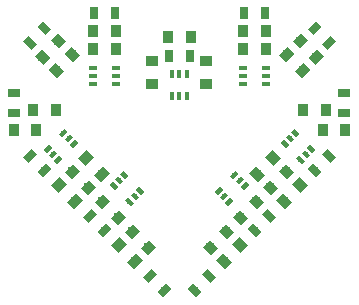
<source format=gbr>
G04 #@! TF.GenerationSoftware,KiCad,Pcbnew,(5.0.0-rc2-dev-82-ga78607874)*
G04 #@! TF.CreationDate,2018-03-09T02:59:27+08:00*
G04 #@! TF.ProjectId,SMD-Heart,534D442D48656172742E6B696361645F,rev?*
G04 #@! TF.SameCoordinates,Original*
G04 #@! TF.FileFunction,Paste,Top*
G04 #@! TF.FilePolarity,Positive*
%FSLAX46Y46*%
G04 Gerber Fmt 4.6, Leading zero omitted, Abs format (unit mm)*
G04 Created by KiCad (PCBNEW (5.0.0-rc2-dev-82-ga78607874)) date Fri Mar  9 02:59:27 2018*
%MOMM*%
%LPD*%
G01*
G04 APERTURE LIST*
%ADD10C,0.670000*%
%ADD11C,0.100000*%
%ADD12C,0.845000*%
%ADD13R,0.845000X1.000000*%
%ADD14R,1.000000X0.845000*%
%ADD15R,0.670000X1.000000*%
%ADD16R,1.000000X0.670000*%
%ADD17R,0.400000X0.650000*%
%ADD18R,0.650000X0.400000*%
%ADD19C,0.400000*%
G04 APERTURE END LIST*
D10*
X73676282Y-52721282D03*
D11*
G36*
X73085848Y-52837955D02*
X73792955Y-52130848D01*
X74266716Y-52604609D01*
X73559609Y-53311716D01*
X73085848Y-52837955D01*
X73085848Y-52837955D01*
G37*
D10*
X74913718Y-53958718D03*
D11*
G36*
X74323284Y-54075391D02*
X75030391Y-53368284D01*
X75504152Y-53842045D01*
X74797045Y-54549152D01*
X74323284Y-54075391D01*
X74323284Y-54075391D01*
G37*
D12*
X67355590Y-46400590D03*
D11*
G36*
X68007896Y-46345789D02*
X67300789Y-47052896D01*
X66703284Y-46455391D01*
X67410391Y-45748284D01*
X68007896Y-46345789D01*
X68007896Y-46345789D01*
G37*
D12*
X65994410Y-45039410D03*
D11*
G36*
X66646716Y-44984609D02*
X65939609Y-45691716D01*
X65342104Y-45094211D01*
X66049211Y-44387104D01*
X66646716Y-44984609D01*
X66646716Y-44984609D01*
G37*
D13*
X83512500Y-32004000D03*
X81587500Y-32004000D03*
X83512500Y-33528000D03*
X81587500Y-33528000D03*
D12*
X85298410Y-33990410D03*
D11*
G36*
X85950716Y-33935609D02*
X85243609Y-34642716D01*
X84646104Y-34045211D01*
X85353211Y-33338104D01*
X85950716Y-33935609D01*
X85950716Y-33935609D01*
G37*
D12*
X86659590Y-35351590D03*
D11*
G36*
X87311896Y-35296789D02*
X86604789Y-36003896D01*
X86007284Y-35406391D01*
X86714391Y-34699284D01*
X87311896Y-35296789D01*
X87311896Y-35296789D01*
G37*
D13*
X88592500Y-38735000D03*
X86667500Y-38735000D03*
D12*
X85262590Y-43896410D03*
D11*
G36*
X85317391Y-44548716D02*
X84610284Y-43841609D01*
X85207789Y-43244104D01*
X85914896Y-43951211D01*
X85317391Y-44548716D01*
X85317391Y-44548716D01*
G37*
D12*
X83901410Y-45257590D03*
D11*
G36*
X83956211Y-45909896D02*
X83249104Y-45202789D01*
X83846609Y-44605284D01*
X84553716Y-45312391D01*
X83956211Y-45909896D01*
X83956211Y-45909896D01*
G37*
D12*
X82758410Y-44114590D03*
D11*
G36*
X82813211Y-44766896D02*
X82106104Y-44059789D01*
X82703609Y-43462284D01*
X83410716Y-44169391D01*
X82813211Y-44766896D01*
X82813211Y-44766896D01*
G37*
D12*
X84119590Y-42753410D03*
D11*
G36*
X84174391Y-43405716D02*
X83467284Y-42698609D01*
X84064789Y-42101104D01*
X84771896Y-42808211D01*
X84174391Y-43405716D01*
X84174391Y-43405716D01*
G37*
D12*
X78821410Y-50337590D03*
D11*
G36*
X78766609Y-49685284D02*
X79473716Y-50392391D01*
X78876211Y-50989896D01*
X78169104Y-50282789D01*
X78766609Y-49685284D01*
X78766609Y-49685284D01*
G37*
D12*
X80182590Y-48976410D03*
D11*
G36*
X80127789Y-48324104D02*
X80834896Y-49031211D01*
X80237391Y-49628716D01*
X79530284Y-48921609D01*
X80127789Y-48324104D01*
X80127789Y-48324104D01*
G37*
D12*
X72217410Y-48976410D03*
D11*
G36*
X71565104Y-49031211D02*
X72272211Y-48324104D01*
X72869716Y-48921609D01*
X72162609Y-49628716D01*
X71565104Y-49031211D01*
X71565104Y-49031211D01*
G37*
D12*
X73578590Y-50337590D03*
D11*
G36*
X72926284Y-50392391D02*
X73633391Y-49685284D01*
X74230896Y-50282789D01*
X73523789Y-50989896D01*
X72926284Y-50392391D01*
X72926284Y-50392391D01*
G37*
D12*
X68280410Y-42753410D03*
D11*
G36*
X68932716Y-42698609D02*
X68225609Y-43405716D01*
X67628104Y-42808211D01*
X68335211Y-42101104D01*
X68932716Y-42698609D01*
X68932716Y-42698609D01*
G37*
D12*
X69641590Y-44114590D03*
D11*
G36*
X70293896Y-44059789D02*
X69586789Y-44766896D01*
X68989284Y-44169391D01*
X69696391Y-43462284D01*
X70293896Y-44059789D01*
X70293896Y-44059789D01*
G37*
D12*
X68498590Y-45257590D03*
D11*
G36*
X69150896Y-45202789D02*
X68443789Y-45909896D01*
X67846284Y-45312391D01*
X68553391Y-44605284D01*
X69150896Y-45202789D01*
X69150896Y-45202789D01*
G37*
D12*
X67137410Y-43896410D03*
D11*
G36*
X67789716Y-43841609D02*
X67082609Y-44548716D01*
X66485104Y-43951211D01*
X67192211Y-43244104D01*
X67789716Y-43841609D01*
X67789716Y-43841609D01*
G37*
D13*
X65732500Y-38735000D03*
X63807500Y-38735000D03*
D12*
X65740410Y-35351590D03*
D11*
G36*
X65795211Y-36003896D02*
X65088104Y-35296789D01*
X65685609Y-34699284D01*
X66392716Y-35406391D01*
X65795211Y-36003896D01*
X65795211Y-36003896D01*
G37*
D12*
X67101590Y-33990410D03*
D11*
G36*
X67156391Y-34642716D02*
X66449284Y-33935609D01*
X67046789Y-33338104D01*
X67753896Y-34045211D01*
X67156391Y-34642716D01*
X67156391Y-34642716D01*
G37*
D13*
X68887500Y-33528000D03*
X70812500Y-33528000D03*
D14*
X78486000Y-36522500D03*
X78486000Y-34597500D03*
D10*
X87646282Y-43798718D03*
D11*
G36*
X87762955Y-44389152D02*
X87055848Y-43682045D01*
X87529609Y-43208284D01*
X88236716Y-43915391D01*
X87762955Y-44389152D01*
X87762955Y-44389152D01*
G37*
D10*
X88883718Y-42561282D03*
D11*
G36*
X89000391Y-43151716D02*
X88293284Y-42444609D01*
X88767045Y-41970848D01*
X89474152Y-42677955D01*
X89000391Y-43151716D01*
X89000391Y-43151716D01*
G37*
D10*
X64753718Y-31766282D03*
D11*
G36*
X64870391Y-32356716D02*
X64163284Y-31649609D01*
X64637045Y-31175848D01*
X65344152Y-31882955D01*
X64870391Y-32356716D01*
X64870391Y-32356716D01*
G37*
D10*
X63516282Y-33003718D03*
D11*
G36*
X63632955Y-33594152D02*
X62925848Y-32887045D01*
X63399609Y-32413284D01*
X64106716Y-33120391D01*
X63632955Y-33594152D01*
X63632955Y-33594152D01*
G37*
D15*
X77075000Y-34163000D03*
X75325000Y-34163000D03*
X81675000Y-30480000D03*
X83425000Y-30480000D03*
D10*
X88883718Y-33003718D03*
D11*
G36*
X89474152Y-32887045D02*
X88767045Y-33594152D01*
X88293284Y-33120391D01*
X89000391Y-32413284D01*
X89474152Y-32887045D01*
X89474152Y-32887045D01*
G37*
D10*
X87646282Y-31766282D03*
D11*
G36*
X88236716Y-31649609D02*
X87529609Y-32356716D01*
X87055848Y-31882955D01*
X87762955Y-31175848D01*
X88236716Y-31649609D01*
X88236716Y-31649609D01*
G37*
D16*
X90170000Y-37225000D03*
X90170000Y-38975000D03*
D10*
X83803718Y-47641282D03*
D11*
G36*
X83687045Y-47050848D02*
X84394152Y-47757955D01*
X83920391Y-48231716D01*
X83213284Y-47524609D01*
X83687045Y-47050848D01*
X83687045Y-47050848D01*
G37*
D10*
X82566282Y-48878718D03*
D11*
G36*
X82449609Y-48288284D02*
X83156716Y-48995391D01*
X82682955Y-49469152D01*
X81975848Y-48762045D01*
X82449609Y-48288284D01*
X82449609Y-48288284D01*
G37*
D10*
X77486282Y-53958718D03*
D11*
G36*
X77369609Y-53368284D02*
X78076716Y-54075391D01*
X77602955Y-54549152D01*
X76895848Y-53842045D01*
X77369609Y-53368284D01*
X77369609Y-53368284D01*
G37*
D10*
X78723718Y-52721282D03*
D11*
G36*
X78607045Y-52130848D02*
X79314152Y-52837955D01*
X78840391Y-53311716D01*
X78133284Y-52604609D01*
X78607045Y-52130848D01*
X78607045Y-52130848D01*
G37*
D10*
X69833718Y-48878718D03*
D11*
G36*
X69243284Y-48995391D02*
X69950391Y-48288284D01*
X70424152Y-48762045D01*
X69717045Y-49469152D01*
X69243284Y-48995391D01*
X69243284Y-48995391D01*
G37*
D10*
X68596282Y-47641282D03*
D11*
G36*
X68005848Y-47757955D02*
X68712955Y-47050848D01*
X69186716Y-47524609D01*
X68479609Y-48231716D01*
X68005848Y-47757955D01*
X68005848Y-47757955D01*
G37*
D10*
X64753718Y-43798718D03*
D11*
G36*
X65344152Y-43682045D02*
X64637045Y-44389152D01*
X64163284Y-43915391D01*
X64870391Y-43208284D01*
X65344152Y-43682045D01*
X65344152Y-43682045D01*
G37*
D10*
X63516282Y-42561282D03*
D11*
G36*
X64106716Y-42444609D02*
X63399609Y-43151716D01*
X62925848Y-42677955D01*
X63632955Y-41970848D01*
X64106716Y-42444609D01*
X64106716Y-42444609D01*
G37*
D16*
X62230000Y-37225000D03*
X62230000Y-38975000D03*
D15*
X68975000Y-30480000D03*
X70725000Y-30480000D03*
D17*
X75550000Y-37526000D03*
X76850000Y-37526000D03*
X76200000Y-35626000D03*
X76200000Y-37526000D03*
X76850000Y-35626000D03*
X75550000Y-35626000D03*
D18*
X68900000Y-36464000D03*
X68900000Y-35164000D03*
X70800000Y-35814000D03*
X68900000Y-35814000D03*
X70800000Y-35164000D03*
X70800000Y-36464000D03*
D19*
X67298371Y-41570868D03*
D11*
G36*
X67386759Y-41199637D02*
X67669602Y-41482480D01*
X67209983Y-41942099D01*
X66927140Y-41659256D01*
X67386759Y-41199637D01*
X67386759Y-41199637D01*
G37*
D19*
X66379132Y-40651629D03*
D11*
G36*
X66467520Y-40280398D02*
X66750363Y-40563241D01*
X66290744Y-41022860D01*
X66007901Y-40740017D01*
X66467520Y-40280398D01*
X66467520Y-40280398D01*
G37*
D19*
X65495249Y-42454751D03*
D11*
G36*
X65583637Y-42083520D02*
X65866480Y-42366363D01*
X65406861Y-42825982D01*
X65124018Y-42543139D01*
X65583637Y-42083520D01*
X65583637Y-42083520D01*
G37*
D19*
X66838751Y-41111249D03*
D11*
G36*
X66927139Y-40740018D02*
X67209982Y-41022861D01*
X66750363Y-41482480D01*
X66467520Y-41199637D01*
X66927139Y-40740018D01*
X66927139Y-40740018D01*
G37*
D19*
X65035629Y-41995132D03*
D11*
G36*
X65124017Y-41623901D02*
X65406860Y-41906744D01*
X64947241Y-42366363D01*
X64664398Y-42083520D01*
X65124017Y-41623901D01*
X65124017Y-41623901D01*
G37*
D19*
X65954868Y-42914371D03*
D11*
G36*
X66043256Y-42543140D02*
X66326099Y-42825983D01*
X65866480Y-43285602D01*
X65583637Y-43002759D01*
X66043256Y-42543140D01*
X66043256Y-42543140D01*
G37*
D19*
X80857132Y-44207629D03*
D11*
G36*
X80768744Y-44578860D02*
X80485901Y-44296017D01*
X80945520Y-43836398D01*
X81228363Y-44119241D01*
X80768744Y-44578860D01*
X80768744Y-44578860D01*
G37*
D19*
X81776371Y-45126868D03*
D11*
G36*
X81687983Y-45498099D02*
X81405140Y-45215256D01*
X81864759Y-44755637D01*
X82147602Y-45038480D01*
X81687983Y-45498099D01*
X81687983Y-45498099D01*
G37*
D19*
X79973249Y-46010751D03*
D11*
G36*
X79884861Y-46381982D02*
X79602018Y-46099139D01*
X80061637Y-45639520D01*
X80344480Y-45922363D01*
X79884861Y-46381982D01*
X79884861Y-46381982D01*
G37*
D19*
X81316751Y-44667249D03*
D11*
G36*
X81228363Y-45038480D02*
X80945520Y-44755637D01*
X81405139Y-44296018D01*
X81687982Y-44578861D01*
X81228363Y-45038480D01*
X81228363Y-45038480D01*
G37*
D19*
X80432868Y-46470371D03*
D11*
G36*
X80344480Y-46841602D02*
X80061637Y-46558759D01*
X80521256Y-46099140D01*
X80804099Y-46381983D01*
X80344480Y-46841602D01*
X80344480Y-46841602D01*
G37*
D19*
X79513629Y-45551132D03*
D11*
G36*
X79425241Y-45922363D02*
X79142398Y-45639520D01*
X79602017Y-45179901D01*
X79884860Y-45462744D01*
X79425241Y-45922363D01*
X79425241Y-45922363D01*
G37*
D19*
X86020868Y-40651629D03*
D11*
G36*
X85649637Y-40563241D02*
X85932480Y-40280398D01*
X86392099Y-40740017D01*
X86109256Y-41022860D01*
X85649637Y-40563241D01*
X85649637Y-40563241D01*
G37*
D19*
X85101629Y-41570868D03*
D11*
G36*
X84730398Y-41482480D02*
X85013241Y-41199637D01*
X85472860Y-41659256D01*
X85190017Y-41942099D01*
X84730398Y-41482480D01*
X84730398Y-41482480D01*
G37*
D19*
X86904751Y-42454751D03*
D11*
G36*
X86533520Y-42366363D02*
X86816363Y-42083520D01*
X87275982Y-42543139D01*
X86993139Y-42825982D01*
X86533520Y-42366363D01*
X86533520Y-42366363D01*
G37*
D19*
X85561249Y-41111249D03*
D11*
G36*
X85190018Y-41022861D02*
X85472861Y-40740018D01*
X85932480Y-41199637D01*
X85649637Y-41482480D01*
X85190018Y-41022861D01*
X85190018Y-41022861D01*
G37*
D19*
X86445132Y-42914371D03*
D11*
G36*
X86073901Y-42825983D02*
X86356744Y-42543140D01*
X86816363Y-43002759D01*
X86533520Y-43285602D01*
X86073901Y-42825983D01*
X86073901Y-42825983D01*
G37*
D19*
X87364371Y-41995132D03*
D11*
G36*
X86993140Y-41906744D02*
X87275983Y-41623901D01*
X87735602Y-42083520D01*
X87452759Y-42366363D01*
X86993140Y-41906744D01*
X86993140Y-41906744D01*
G37*
D18*
X83500000Y-35164000D03*
X83500000Y-36464000D03*
X81600000Y-35814000D03*
X83500000Y-35814000D03*
X81600000Y-36464000D03*
X81600000Y-35164000D03*
D19*
X72886371Y-45551132D03*
D11*
G36*
X72515140Y-45462744D02*
X72797983Y-45179901D01*
X73257602Y-45639520D01*
X72974759Y-45922363D01*
X72515140Y-45462744D01*
X72515140Y-45462744D01*
G37*
D19*
X71967132Y-46470371D03*
D11*
G36*
X71595901Y-46381983D02*
X71878744Y-46099140D01*
X72338363Y-46558759D01*
X72055520Y-46841602D01*
X71595901Y-46381983D01*
X71595901Y-46381983D01*
G37*
D19*
X71083249Y-44667249D03*
D11*
G36*
X70712018Y-44578861D02*
X70994861Y-44296018D01*
X71454480Y-44755637D01*
X71171637Y-45038480D01*
X70712018Y-44578861D01*
X70712018Y-44578861D01*
G37*
D19*
X72426751Y-46010751D03*
D11*
G36*
X72055520Y-45922363D02*
X72338363Y-45639520D01*
X72797982Y-46099139D01*
X72515139Y-46381982D01*
X72055520Y-45922363D01*
X72055520Y-45922363D01*
G37*
D19*
X70623629Y-45126868D03*
D11*
G36*
X70252398Y-45038480D02*
X70535241Y-44755637D01*
X70994860Y-45215256D01*
X70712017Y-45498099D01*
X70252398Y-45038480D01*
X70252398Y-45038480D01*
G37*
D19*
X71542868Y-44207629D03*
D11*
G36*
X71171637Y-44119241D02*
X71454480Y-43836398D01*
X71914099Y-44296017D01*
X71631256Y-44578860D01*
X71171637Y-44119241D01*
X71171637Y-44119241D01*
G37*
D12*
X79964410Y-51480590D03*
D11*
G36*
X79909609Y-50828284D02*
X80616716Y-51535391D01*
X80019211Y-52132896D01*
X79312104Y-51425789D01*
X79909609Y-50828284D01*
X79909609Y-50828284D01*
G37*
D12*
X81325590Y-50119410D03*
D11*
G36*
X81270789Y-49467104D02*
X81977896Y-50174211D01*
X81380391Y-50771716D01*
X80673284Y-50064609D01*
X81270789Y-49467104D01*
X81270789Y-49467104D01*
G37*
D13*
X77162500Y-32512000D03*
X75237500Y-32512000D03*
D12*
X86441410Y-32847410D03*
D11*
G36*
X87093716Y-32792609D02*
X86386609Y-33499716D01*
X85789104Y-32902211D01*
X86496211Y-32195104D01*
X87093716Y-32792609D01*
X87093716Y-32792609D01*
G37*
D12*
X87802590Y-34208590D03*
D11*
G36*
X88454896Y-34153789D02*
X87747789Y-34860896D01*
X87150284Y-34263391D01*
X87857391Y-33556284D01*
X88454896Y-34153789D01*
X88454896Y-34153789D01*
G37*
D13*
X90243500Y-40386000D03*
X88318500Y-40386000D03*
D12*
X85044410Y-46400590D03*
D11*
G36*
X85099211Y-47052896D02*
X84392104Y-46345789D01*
X84989609Y-45748284D01*
X85696716Y-46455391D01*
X85099211Y-47052896D01*
X85099211Y-47052896D01*
G37*
D12*
X86405590Y-45039410D03*
D11*
G36*
X86460391Y-45691716D02*
X85753284Y-44984609D01*
X86350789Y-44387104D01*
X87057896Y-45094211D01*
X86460391Y-45691716D01*
X86460391Y-45691716D01*
G37*
D12*
X81361410Y-47797590D03*
D11*
G36*
X81306609Y-47145284D02*
X82013716Y-47852391D01*
X81416211Y-48449896D01*
X80709104Y-47742789D01*
X81306609Y-47145284D01*
X81306609Y-47145284D01*
G37*
D12*
X82722590Y-46436410D03*
D11*
G36*
X82667789Y-45784104D02*
X83374896Y-46491211D01*
X82777391Y-47088716D01*
X82070284Y-46381609D01*
X82667789Y-45784104D01*
X82667789Y-45784104D01*
G37*
D12*
X71074410Y-50119410D03*
D11*
G36*
X70422104Y-50174211D02*
X71129211Y-49467104D01*
X71726716Y-50064609D01*
X71019609Y-50771716D01*
X70422104Y-50174211D01*
X70422104Y-50174211D01*
G37*
D12*
X72435590Y-51480590D03*
D11*
G36*
X71783284Y-51535391D02*
X72490391Y-50828284D01*
X73087896Y-51425789D01*
X72380789Y-52132896D01*
X71783284Y-51535391D01*
X71783284Y-51535391D01*
G37*
D12*
X71038590Y-47797590D03*
D11*
G36*
X70386284Y-47852391D02*
X71093391Y-47145284D01*
X71690896Y-47742789D01*
X70983789Y-48449896D01*
X70386284Y-47852391D01*
X70386284Y-47852391D01*
G37*
D12*
X69677410Y-46436410D03*
D11*
G36*
X69025104Y-46491211D02*
X69732211Y-45784104D01*
X70329716Y-46381609D01*
X69622609Y-47088716D01*
X69025104Y-46491211D01*
X69025104Y-46491211D01*
G37*
D13*
X62156500Y-40386000D03*
X64081500Y-40386000D03*
D12*
X64597410Y-34208590D03*
D11*
G36*
X64652211Y-34860896D02*
X63945104Y-34153789D01*
X64542609Y-33556284D01*
X65249716Y-34263391D01*
X64652211Y-34860896D01*
X64652211Y-34860896D01*
G37*
D12*
X65958590Y-32847410D03*
D11*
G36*
X66013391Y-33499716D02*
X65306284Y-32792609D01*
X65903789Y-32195104D01*
X66610896Y-32902211D01*
X66013391Y-33499716D01*
X66013391Y-33499716D01*
G37*
D14*
X73914000Y-36522500D03*
X73914000Y-34597500D03*
D13*
X70812500Y-32004000D03*
X68887500Y-32004000D03*
M02*

</source>
